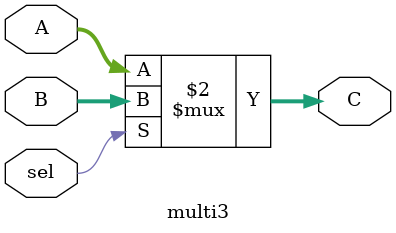
<source format=v>
`timescale 1ns/1ns 
module multi3(
    //entradas 
    input [31:0]A,
    input[31:0]B,
    input sel,
    //salidas 
    output reg[31:0]C
);
//Asignaciones, instancias, bloques secuenciales*
always @* C <= (sel) ? B : A;
endmodule 

</source>
